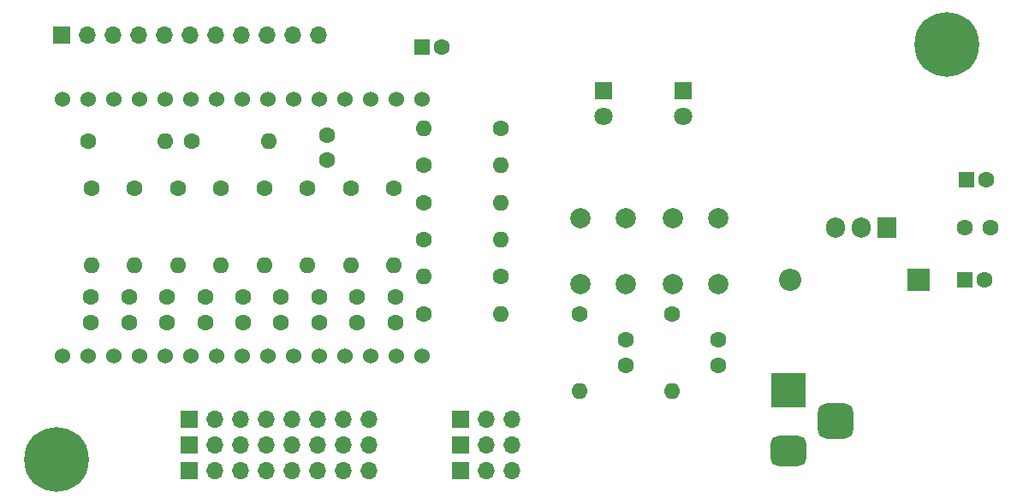
<source format=gbs>
G04 #@! TF.GenerationSoftware,KiCad,Pcbnew,6.0.4-6f826c9f35~116~ubuntu20.04.1*
G04 #@! TF.CreationDate,2022-04-25T20:45:33+02:00*
G04 #@! TF.ProjectId,Open_KIoT,4f70656e-5f4b-4496-9f54-2e6b69636164,rev?*
G04 #@! TF.SameCoordinates,Original*
G04 #@! TF.FileFunction,Soldermask,Bot*
G04 #@! TF.FilePolarity,Negative*
%FSLAX46Y46*%
G04 Gerber Fmt 4.6, Leading zero omitted, Abs format (unit mm)*
G04 Created by KiCad (PCBNEW 6.0.4-6f826c9f35~116~ubuntu20.04.1) date 2022-04-25 20:45:33*
%MOMM*%
%LPD*%
G01*
G04 APERTURE LIST*
G04 Aperture macros list*
%AMRoundRect*
0 Rectangle with rounded corners*
0 $1 Rounding radius*
0 $2 $3 $4 $5 $6 $7 $8 $9 X,Y pos of 4 corners*
0 Add a 4 corners polygon primitive as box body*
4,1,4,$2,$3,$4,$5,$6,$7,$8,$9,$2,$3,0*
0 Add four circle primitives for the rounded corners*
1,1,$1+$1,$2,$3*
1,1,$1+$1,$4,$5*
1,1,$1+$1,$6,$7*
1,1,$1+$1,$8,$9*
0 Add four rect primitives between the rounded corners*
20,1,$1+$1,$2,$3,$4,$5,0*
20,1,$1+$1,$4,$5,$6,$7,0*
20,1,$1+$1,$6,$7,$8,$9,0*
20,1,$1+$1,$8,$9,$2,$3,0*%
G04 Aperture macros list end*
%ADD10R,1.800000X1.800000*%
%ADD11C,1.800000*%
%ADD12C,1.524000*%
%ADD13C,2.000000*%
%ADD14R,3.500000X3.500000*%
%ADD15RoundRect,0.750000X1.000000X-0.750000X1.000000X0.750000X-1.000000X0.750000X-1.000000X-0.750000X0*%
%ADD16RoundRect,0.875000X0.875000X-0.875000X0.875000X0.875000X-0.875000X0.875000X-0.875000X-0.875000X0*%
%ADD17C,6.400000*%
%ADD18C,0.800000*%
%ADD19R,1.700000X1.700000*%
%ADD20O,1.700000X1.700000*%
%ADD21C,1.600000*%
%ADD22O,1.600000X1.600000*%
%ADD23R,1.905000X2.000000*%
%ADD24O,1.905000X2.000000*%
%ADD25R,1.600000X1.600000*%
%ADD26R,2.200000X2.200000*%
%ADD27O,2.200000X2.200000*%
G04 APERTURE END LIST*
D10*
X128247500Y-124545000D03*
D11*
X128247500Y-127085000D03*
D10*
X120347500Y-124545000D03*
D11*
X120347500Y-127085000D03*
D12*
X66841100Y-150768100D03*
X69381100Y-150768100D03*
X71921100Y-150768100D03*
X74461100Y-150768100D03*
X77001100Y-150768100D03*
X79541100Y-150768100D03*
X82081100Y-150768100D03*
X84621100Y-150768100D03*
X87161100Y-150768100D03*
X89701100Y-150768100D03*
X92241100Y-150768100D03*
X94781100Y-150768100D03*
X97321100Y-150768100D03*
X99861100Y-150768100D03*
X102401100Y-150768100D03*
X102401100Y-125368100D03*
X99861100Y-125368100D03*
X97321100Y-125368100D03*
X94781100Y-125368100D03*
X92241100Y-125368100D03*
X89701100Y-125368100D03*
X87161100Y-125368100D03*
X84621100Y-125368100D03*
X82081100Y-125368100D03*
X79541100Y-125368100D03*
X77001100Y-125368100D03*
X74461100Y-125368100D03*
X71921100Y-125368100D03*
X69381100Y-125368100D03*
X66841100Y-125368100D03*
D13*
X118097500Y-143670000D03*
X118097500Y-137170000D03*
X122597500Y-137170000D03*
X122597500Y-143670000D03*
X127197500Y-143670000D03*
X127197500Y-137170000D03*
X131697500Y-137170000D03*
X131697500Y-143670000D03*
D14*
X138642500Y-154200000D03*
D15*
X138642500Y-160200000D03*
D16*
X143342500Y-157200000D03*
D17*
X66300000Y-161040000D03*
D18*
X67997056Y-159342944D03*
X63900000Y-161040000D03*
X67997056Y-162737056D03*
X68700000Y-161040000D03*
X66300000Y-163440000D03*
X64602944Y-162737056D03*
X66300000Y-158640000D03*
X64602944Y-159342944D03*
D19*
X106258900Y-162096400D03*
D20*
X108798900Y-162096400D03*
X111338900Y-162096400D03*
D19*
X79433900Y-159556400D03*
D20*
X81973900Y-159556400D03*
X84513900Y-159556400D03*
X87053900Y-159556400D03*
X89593900Y-159556400D03*
X92133900Y-159556400D03*
X94673900Y-159556400D03*
X97213900Y-159556400D03*
D19*
X106258900Y-157016400D03*
D20*
X108798900Y-157016400D03*
X111338900Y-157016400D03*
D19*
X79433900Y-162096400D03*
D20*
X81973900Y-162096400D03*
X84513900Y-162096400D03*
X87053900Y-162096400D03*
X89593900Y-162096400D03*
X92133900Y-162096400D03*
X94673900Y-162096400D03*
X97213900Y-162096400D03*
X92200000Y-119000000D03*
X89660000Y-119000000D03*
X87120000Y-119000000D03*
X84580000Y-119000000D03*
X82040000Y-119000000D03*
X79500000Y-119000000D03*
X76960000Y-119000000D03*
X74420000Y-119000000D03*
X71880000Y-119000000D03*
X69340000Y-119000000D03*
D19*
X66800000Y-119000000D03*
X106258900Y-159556400D03*
D20*
X108798900Y-159556400D03*
X111338900Y-159556400D03*
D17*
X154330000Y-119960000D03*
D18*
X152632944Y-121657056D03*
X156027056Y-118262944D03*
X154330000Y-122360000D03*
X156730000Y-119960000D03*
X156027056Y-121657056D03*
X154330000Y-117560000D03*
X151930000Y-119960000D03*
X152632944Y-118262944D03*
D19*
X79433900Y-157016400D03*
D20*
X81973900Y-157016400D03*
X84513900Y-157016400D03*
X87053900Y-157016400D03*
X89593900Y-157016400D03*
X92133900Y-157016400D03*
X94673900Y-157016400D03*
X97213900Y-157016400D03*
D21*
X99637500Y-134160000D03*
D22*
X99637500Y-141780000D03*
D21*
X74000357Y-134160000D03*
D22*
X74000357Y-141780000D03*
D21*
X84732500Y-147480000D03*
X84732500Y-144980000D03*
X69377500Y-129540000D03*
D22*
X76997500Y-129540000D03*
D21*
X127180832Y-146620000D03*
D22*
X127180832Y-154240000D03*
D21*
X110247500Y-142940000D03*
D22*
X102627500Y-142940000D03*
D21*
X82546071Y-134160000D03*
D22*
X82546071Y-141780000D03*
D21*
X93057500Y-131420000D03*
X93057500Y-128920000D03*
X91091785Y-134160000D03*
D22*
X91091785Y-141780000D03*
D21*
X69677500Y-147480000D03*
X69677500Y-144980000D03*
X102627500Y-131930000D03*
D22*
X110247500Y-131930000D03*
D21*
X77205000Y-147480000D03*
X77205000Y-144980000D03*
X88496250Y-147480000D03*
X88496250Y-144980000D03*
X156147500Y-138070000D03*
X158647500Y-138070000D03*
X92260000Y-147480000D03*
X92260000Y-144980000D03*
X79647500Y-129540000D03*
D22*
X87267500Y-129540000D03*
D21*
X96023750Y-147480000D03*
X96023750Y-144980000D03*
D23*
X148380000Y-138110000D03*
D24*
X145840000Y-138110000D03*
X143300000Y-138110000D03*
D22*
X95364642Y-141780000D03*
D21*
X95364642Y-134160000D03*
D25*
X156247500Y-133320000D03*
D21*
X158247500Y-133320000D03*
X122614166Y-149180000D03*
X122614166Y-151680000D03*
D26*
X151552613Y-143220000D03*
D27*
X138852613Y-143220000D03*
D21*
X131747500Y-149180000D03*
X131747500Y-151680000D03*
X110247500Y-128260000D03*
D22*
X102627500Y-128260000D03*
D21*
X99787500Y-147480000D03*
X99787500Y-144980000D03*
X78273214Y-134160000D03*
D22*
X78273214Y-141780000D03*
D21*
X102627500Y-146610000D03*
D22*
X110247500Y-146610000D03*
D21*
X73441250Y-147480000D03*
X73441250Y-144980000D03*
D25*
X156092388Y-143220000D03*
D21*
X158092388Y-143220000D03*
X118047500Y-146620000D03*
D22*
X118047500Y-154240000D03*
D25*
X102412388Y-120220000D03*
D21*
X104412388Y-120220000D03*
X86818928Y-134160000D03*
D22*
X86818928Y-141780000D03*
D21*
X102627500Y-135600000D03*
D22*
X110247500Y-135600000D03*
D21*
X102627500Y-139270000D03*
D22*
X110247500Y-139270000D03*
D21*
X80968750Y-147480000D03*
X80968750Y-144980000D03*
X69727500Y-134160000D03*
D22*
X69727500Y-141780000D03*
M02*

</source>
